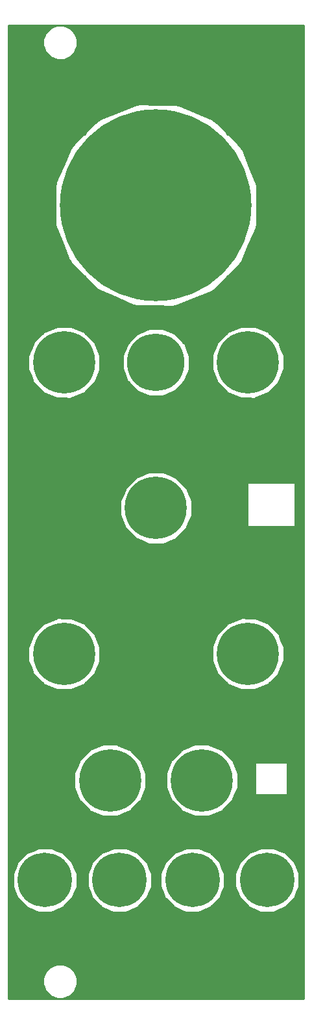
<source format=gtl>
G04 #@! TF.GenerationSoftware,KiCad,Pcbnew,(5.0.2)-1*
G04 #@! TF.CreationDate,2019-04-06T19:17:51+02:00*
G04 #@! TF.ProjectId,Corona_panel,436f726f-6e61-45f7-9061-6e656c2e6b69,1*
G04 #@! TF.SameCoordinates,Original*
G04 #@! TF.FileFunction,Copper,L1,Top*
G04 #@! TF.FilePolarity,Positive*
%FSLAX46Y46*%
G04 Gerber Fmt 4.6, Leading zero omitted, Abs format (unit mm)*
G04 Created by KiCad (PCBNEW (5.0.2)-1) date 6-4-2019 19:17:51*
%MOMM*%
%LPD*%
G01*
G04 APERTURE LIST*
G04 #@! TA.AperFunction,WasherPad*
%ADD10C,25.000000*%
G04 #@! TD*
G04 #@! TA.AperFunction,WasherPad*
%ADD11C,8.100000*%
G04 #@! TD*
G04 #@! TA.AperFunction,WasherPad*
%ADD12C,7.100000*%
G04 #@! TD*
G04 #@! TA.AperFunction,WasherPad*
%ADD13C,7.500000*%
G04 #@! TD*
G04 #@! TA.AperFunction,NonConductor*
%ADD14C,0.254000*%
G04 #@! TD*
G04 APERTURE END LIST*
D10*
G04 #@! TO.P,MHTUBE1,*
G04 #@! TO.N,*
X20000000Y-24200000D03*
G04 #@! TD*
D11*
G04 #@! TO.P,MH6,*
G04 #@! TO.N,*
X26000000Y-99200000D03*
G04 #@! TD*
G04 #@! TO.P,MH6,*
G04 #@! TO.N,*
X14000000Y-99200000D03*
G04 #@! TD*
G04 #@! TO.P,MH6,*
G04 #@! TO.N,*
X20000000Y-63700000D03*
G04 #@! TD*
D12*
G04 #@! TO.P,MH3,*
G04 #@! TO.N,*
X15250000Y-112200000D03*
G04 #@! TD*
G04 #@! TO.P,MH3,*
G04 #@! TO.N,*
X34500000Y-112200000D03*
G04 #@! TD*
G04 #@! TO.P,MH3,*
G04 #@! TO.N,*
X24750000Y-112200000D03*
G04 #@! TD*
D11*
G04 #@! TO.P,MH6,*
G04 #@! TO.N,*
X32000000Y-82700000D03*
G04 #@! TD*
G04 #@! TO.P,MH6,*
G04 #@! TO.N,*
X8000000Y-82700000D03*
G04 #@! TD*
G04 #@! TO.P,MH6,*
G04 #@! TO.N,*
X8000000Y-44700000D03*
G04 #@! TD*
G04 #@! TO.P,MH6,*
G04 #@! TO.N,*
X32000000Y-44700000D03*
G04 #@! TD*
D12*
G04 #@! TO.P,MH3,*
G04 #@! TO.N,*
X5500000Y-112200000D03*
G04 #@! TD*
D13*
G04 #@! TO.P,MH5,*
G04 #@! TO.N,*
X20000000Y-44700000D03*
G04 #@! TD*
D14*
G36*
X39265001Y-127665000D02*
X735000Y-127665000D01*
X735000Y-124992346D01*
X5257974Y-124992346D01*
X5265000Y-125418390D01*
X5265000Y-125844569D01*
X5272320Y-125862240D01*
X5272635Y-125881363D01*
X5584640Y-126634610D01*
X5594347Y-126639682D01*
X5605259Y-126666026D01*
X6233974Y-127294741D01*
X6260318Y-127305653D01*
X6265390Y-127315360D01*
X6661708Y-127471914D01*
X7055431Y-127635000D01*
X7074560Y-127635000D01*
X7092346Y-127642026D01*
X7518390Y-127635000D01*
X7944569Y-127635000D01*
X7962240Y-127627680D01*
X7981363Y-127627365D01*
X8734610Y-127315360D01*
X8739682Y-127305653D01*
X8766026Y-127294741D01*
X9394741Y-126666026D01*
X9405653Y-126639682D01*
X9415360Y-126634610D01*
X9571914Y-126238292D01*
X9735000Y-125844569D01*
X9735000Y-125825440D01*
X9742026Y-125807654D01*
X9735000Y-125381610D01*
X9735000Y-124955431D01*
X9727680Y-124937760D01*
X9727365Y-124918637D01*
X9415360Y-124165390D01*
X9405653Y-124160318D01*
X9394741Y-124133974D01*
X8766026Y-123505259D01*
X8739682Y-123494347D01*
X8734610Y-123484640D01*
X8338292Y-123328086D01*
X7944569Y-123165000D01*
X7925440Y-123165000D01*
X7907654Y-123157974D01*
X7481610Y-123165000D01*
X7055431Y-123165000D01*
X7037760Y-123172320D01*
X7018637Y-123172635D01*
X6265390Y-123484640D01*
X6260318Y-123494347D01*
X6233974Y-123505259D01*
X5605259Y-124133974D01*
X5594347Y-124160318D01*
X5584640Y-124165390D01*
X5428086Y-124561708D01*
X5265000Y-124955431D01*
X5265000Y-124974560D01*
X5257974Y-124992346D01*
X735000Y-124992346D01*
X735000Y-112992645D01*
X1307279Y-112992645D01*
X1315000Y-113011798D01*
X1315000Y-113032448D01*
X1625959Y-113783171D01*
X1929763Y-114536793D01*
X1951750Y-114569698D01*
X1952128Y-114570612D01*
X1952827Y-114571311D01*
X1974814Y-114604217D01*
X2022313Y-114640797D01*
X3059203Y-115677687D01*
X3095783Y-115725186D01*
X3114785Y-115733269D01*
X3129388Y-115747872D01*
X3880103Y-116058828D01*
X4627823Y-116376901D01*
X4648473Y-116377097D01*
X4667552Y-116385000D01*
X5480123Y-116385000D01*
X6292645Y-116392721D01*
X6311798Y-116385000D01*
X6332448Y-116385000D01*
X7083171Y-116074041D01*
X7836793Y-115770237D01*
X7869698Y-115748250D01*
X7870612Y-115747872D01*
X7871311Y-115747173D01*
X7904217Y-115725186D01*
X7940797Y-115677687D01*
X8977687Y-114640797D01*
X9025186Y-114604217D01*
X9033269Y-114585215D01*
X9047872Y-114570612D01*
X9358828Y-113819897D01*
X9676901Y-113072177D01*
X9677097Y-113051527D01*
X9685000Y-113032448D01*
X9685000Y-112992645D01*
X11057279Y-112992645D01*
X11065000Y-113011798D01*
X11065000Y-113032448D01*
X11375959Y-113783171D01*
X11679763Y-114536793D01*
X11701750Y-114569698D01*
X11702128Y-114570612D01*
X11702827Y-114571311D01*
X11724814Y-114604217D01*
X11772313Y-114640797D01*
X12809203Y-115677687D01*
X12845783Y-115725186D01*
X12864785Y-115733269D01*
X12879388Y-115747872D01*
X13630103Y-116058828D01*
X14377823Y-116376901D01*
X14398473Y-116377097D01*
X14417552Y-116385000D01*
X15230123Y-116385000D01*
X16042645Y-116392721D01*
X16061798Y-116385000D01*
X16082448Y-116385000D01*
X16833171Y-116074041D01*
X17586793Y-115770237D01*
X17619698Y-115748250D01*
X17620612Y-115747872D01*
X17621311Y-115747173D01*
X17654217Y-115725186D01*
X17690797Y-115677687D01*
X18727687Y-114640797D01*
X18775186Y-114604217D01*
X18783269Y-114585215D01*
X18797872Y-114570612D01*
X19108828Y-113819897D01*
X19426901Y-113072177D01*
X19427097Y-113051527D01*
X19435000Y-113032448D01*
X19435000Y-112992645D01*
X20557279Y-112992645D01*
X20565000Y-113011798D01*
X20565000Y-113032448D01*
X20875959Y-113783171D01*
X21179763Y-114536793D01*
X21201750Y-114569698D01*
X21202128Y-114570612D01*
X21202827Y-114571311D01*
X21224814Y-114604217D01*
X21272313Y-114640797D01*
X22309203Y-115677687D01*
X22345783Y-115725186D01*
X22364785Y-115733269D01*
X22379388Y-115747872D01*
X23130103Y-116058828D01*
X23877823Y-116376901D01*
X23898473Y-116377097D01*
X23917552Y-116385000D01*
X24730123Y-116385000D01*
X25542645Y-116392721D01*
X25561798Y-116385000D01*
X25582448Y-116385000D01*
X26333171Y-116074041D01*
X27086793Y-115770237D01*
X27119698Y-115748250D01*
X27120612Y-115747872D01*
X27121311Y-115747173D01*
X27154217Y-115725186D01*
X27190797Y-115677687D01*
X28227687Y-114640797D01*
X28275186Y-114604217D01*
X28283269Y-114585215D01*
X28297872Y-114570612D01*
X28608828Y-113819897D01*
X28926901Y-113072177D01*
X28927097Y-113051527D01*
X28935000Y-113032448D01*
X28935000Y-112992645D01*
X30307279Y-112992645D01*
X30315000Y-113011798D01*
X30315000Y-113032448D01*
X30625959Y-113783171D01*
X30929763Y-114536793D01*
X30951750Y-114569698D01*
X30952128Y-114570612D01*
X30952827Y-114571311D01*
X30974814Y-114604217D01*
X31022313Y-114640797D01*
X32059203Y-115677687D01*
X32095783Y-115725186D01*
X32114785Y-115733269D01*
X32129388Y-115747872D01*
X32880103Y-116058828D01*
X33627823Y-116376901D01*
X33648473Y-116377097D01*
X33667552Y-116385000D01*
X34480123Y-116385000D01*
X35292645Y-116392721D01*
X35311798Y-116385000D01*
X35332448Y-116385000D01*
X36083171Y-116074041D01*
X36836793Y-115770237D01*
X36869698Y-115748250D01*
X36870612Y-115747872D01*
X36871311Y-115747173D01*
X36904217Y-115725186D01*
X36940797Y-115677687D01*
X37977687Y-114640797D01*
X38025186Y-114604217D01*
X38033269Y-114585215D01*
X38047872Y-114570612D01*
X38358828Y-113819897D01*
X38676901Y-113072177D01*
X38677097Y-113051527D01*
X38685000Y-113032448D01*
X38685000Y-112219877D01*
X38692721Y-111407355D01*
X38685000Y-111388202D01*
X38685000Y-111367552D01*
X38374041Y-110616829D01*
X38070237Y-109863207D01*
X38048250Y-109830302D01*
X38047872Y-109829388D01*
X38047173Y-109828689D01*
X38025186Y-109795783D01*
X37977687Y-109759203D01*
X36940797Y-108722313D01*
X36904217Y-108674814D01*
X36885215Y-108666731D01*
X36870612Y-108652128D01*
X36119897Y-108341172D01*
X35372177Y-108023099D01*
X35351527Y-108022903D01*
X35332448Y-108015000D01*
X34519877Y-108015000D01*
X33707355Y-108007279D01*
X33688202Y-108015000D01*
X33667552Y-108015000D01*
X32916829Y-108325959D01*
X32163207Y-108629763D01*
X32130302Y-108651750D01*
X32129388Y-108652128D01*
X32128689Y-108652827D01*
X32095783Y-108674814D01*
X32059203Y-108722313D01*
X31022313Y-109759203D01*
X30974814Y-109795783D01*
X30966731Y-109814785D01*
X30952128Y-109829388D01*
X30641172Y-110580103D01*
X30323099Y-111327823D01*
X30322903Y-111348473D01*
X30315000Y-111367552D01*
X30315000Y-112180123D01*
X30307279Y-112992645D01*
X28935000Y-112992645D01*
X28935000Y-112219877D01*
X28942721Y-111407355D01*
X28935000Y-111388202D01*
X28935000Y-111367552D01*
X28624041Y-110616829D01*
X28320237Y-109863207D01*
X28298250Y-109830302D01*
X28297872Y-109829388D01*
X28297173Y-109828689D01*
X28275186Y-109795783D01*
X28227687Y-109759203D01*
X27190797Y-108722313D01*
X27154217Y-108674814D01*
X27135215Y-108666731D01*
X27120612Y-108652128D01*
X26369897Y-108341172D01*
X25622177Y-108023099D01*
X25601527Y-108022903D01*
X25582448Y-108015000D01*
X24769877Y-108015000D01*
X23957355Y-108007279D01*
X23938202Y-108015000D01*
X23917552Y-108015000D01*
X23166829Y-108325959D01*
X22413207Y-108629763D01*
X22380302Y-108651750D01*
X22379388Y-108652128D01*
X22378689Y-108652827D01*
X22345783Y-108674814D01*
X22309203Y-108722313D01*
X21272313Y-109759203D01*
X21224814Y-109795783D01*
X21216731Y-109814785D01*
X21202128Y-109829388D01*
X20891172Y-110580103D01*
X20573099Y-111327823D01*
X20572903Y-111348473D01*
X20565000Y-111367552D01*
X20565000Y-112180123D01*
X20557279Y-112992645D01*
X19435000Y-112992645D01*
X19435000Y-112219877D01*
X19442721Y-111407355D01*
X19435000Y-111388202D01*
X19435000Y-111367552D01*
X19124041Y-110616829D01*
X18820237Y-109863207D01*
X18798250Y-109830302D01*
X18797872Y-109829388D01*
X18797173Y-109828689D01*
X18775186Y-109795783D01*
X18727687Y-109759203D01*
X17690797Y-108722313D01*
X17654217Y-108674814D01*
X17635215Y-108666731D01*
X17620612Y-108652128D01*
X16869897Y-108341172D01*
X16122177Y-108023099D01*
X16101527Y-108022903D01*
X16082448Y-108015000D01*
X15269877Y-108015000D01*
X14457355Y-108007279D01*
X14438202Y-108015000D01*
X14417552Y-108015000D01*
X13666829Y-108325959D01*
X12913207Y-108629763D01*
X12880302Y-108651750D01*
X12879388Y-108652128D01*
X12878689Y-108652827D01*
X12845783Y-108674814D01*
X12809203Y-108722313D01*
X11772313Y-109759203D01*
X11724814Y-109795783D01*
X11716731Y-109814785D01*
X11702128Y-109829388D01*
X11391172Y-110580103D01*
X11073099Y-111327823D01*
X11072903Y-111348473D01*
X11065000Y-111367552D01*
X11065000Y-112180123D01*
X11057279Y-112992645D01*
X9685000Y-112992645D01*
X9685000Y-112219877D01*
X9692721Y-111407355D01*
X9685000Y-111388202D01*
X9685000Y-111367552D01*
X9374041Y-110616829D01*
X9070237Y-109863207D01*
X9048250Y-109830302D01*
X9047872Y-109829388D01*
X9047173Y-109828689D01*
X9025186Y-109795783D01*
X8977687Y-109759203D01*
X7940797Y-108722313D01*
X7904217Y-108674814D01*
X7885215Y-108666731D01*
X7870612Y-108652128D01*
X7119897Y-108341172D01*
X6372177Y-108023099D01*
X6351527Y-108022903D01*
X6332448Y-108015000D01*
X5519877Y-108015000D01*
X4707355Y-108007279D01*
X4688202Y-108015000D01*
X4667552Y-108015000D01*
X3916829Y-108325959D01*
X3163207Y-108629763D01*
X3130302Y-108651750D01*
X3129388Y-108652128D01*
X3128689Y-108652827D01*
X3095783Y-108674814D01*
X3059203Y-108722313D01*
X2022313Y-109759203D01*
X1974814Y-109795783D01*
X1966731Y-109814785D01*
X1952128Y-109829388D01*
X1641172Y-110580103D01*
X1323099Y-111327823D01*
X1322903Y-111348473D01*
X1315000Y-111367552D01*
X1315000Y-112180123D01*
X1307279Y-112992645D01*
X735000Y-112992645D01*
X735000Y-100072426D01*
X9303561Y-100072426D01*
X9315000Y-100101064D01*
X9315000Y-100131905D01*
X9660287Y-100965501D01*
X9994919Y-101803266D01*
X10027492Y-101852015D01*
X10028248Y-101853840D01*
X10029645Y-101855237D01*
X10062218Y-101903986D01*
X10145526Y-101971118D01*
X11228882Y-103054474D01*
X11296014Y-103137782D01*
X11324351Y-103149943D01*
X11346160Y-103171752D01*
X12179757Y-103517039D01*
X13008767Y-103872807D01*
X13039602Y-103873198D01*
X13068095Y-103885000D01*
X13970327Y-103885000D01*
X14872426Y-103896439D01*
X14901064Y-103885000D01*
X14931905Y-103885000D01*
X15765501Y-103539713D01*
X16603266Y-103205081D01*
X16652015Y-103172508D01*
X16653840Y-103171752D01*
X16655237Y-103170355D01*
X16703986Y-103137782D01*
X16771118Y-103054474D01*
X17854474Y-101971118D01*
X17937782Y-101903986D01*
X17949943Y-101875649D01*
X17971752Y-101853840D01*
X18317039Y-101020243D01*
X18672807Y-100191233D01*
X18673198Y-100160398D01*
X18685000Y-100131905D01*
X18685000Y-100072426D01*
X21303561Y-100072426D01*
X21315000Y-100101064D01*
X21315000Y-100131905D01*
X21660287Y-100965501D01*
X21994919Y-101803266D01*
X22027492Y-101852015D01*
X22028248Y-101853840D01*
X22029645Y-101855237D01*
X22062218Y-101903986D01*
X22145526Y-101971118D01*
X23228882Y-103054474D01*
X23296014Y-103137782D01*
X23324351Y-103149943D01*
X23346160Y-103171752D01*
X24179757Y-103517039D01*
X25008767Y-103872807D01*
X25039602Y-103873198D01*
X25068095Y-103885000D01*
X25970327Y-103885000D01*
X26872426Y-103896439D01*
X26901064Y-103885000D01*
X26931905Y-103885000D01*
X27765501Y-103539713D01*
X28603266Y-103205081D01*
X28652015Y-103172508D01*
X28653840Y-103171752D01*
X28655237Y-103170355D01*
X28703986Y-103137782D01*
X28771118Y-103054474D01*
X29854474Y-101971118D01*
X29937782Y-101903986D01*
X29949943Y-101875649D01*
X29971752Y-101853840D01*
X30317039Y-101020243D01*
X30672807Y-100191233D01*
X30673198Y-100160398D01*
X30685000Y-100131905D01*
X30685000Y-99229673D01*
X30696439Y-98327574D01*
X30685000Y-98298936D01*
X30685000Y-98268095D01*
X30339713Y-97434499D01*
X30166160Y-97000000D01*
X32873000Y-97000000D01*
X32873000Y-101000000D01*
X32882667Y-101048601D01*
X32910197Y-101089803D01*
X32951399Y-101117333D01*
X33000000Y-101127000D01*
X37000000Y-101127000D01*
X37048601Y-101117333D01*
X37089803Y-101089803D01*
X37117333Y-101048601D01*
X37127000Y-101000000D01*
X37127000Y-97000000D01*
X37117333Y-96951399D01*
X37089803Y-96910197D01*
X37048601Y-96882667D01*
X37000000Y-96873000D01*
X33000000Y-96873000D01*
X32951399Y-96882667D01*
X32910197Y-96910197D01*
X32882667Y-96951399D01*
X32873000Y-97000000D01*
X30166160Y-97000000D01*
X30005081Y-96596734D01*
X29972508Y-96547985D01*
X29971752Y-96546160D01*
X29970355Y-96544763D01*
X29937782Y-96496014D01*
X29854474Y-96428882D01*
X28771118Y-95345526D01*
X28703986Y-95262218D01*
X28675649Y-95250057D01*
X28653840Y-95228248D01*
X27820243Y-94882961D01*
X26991233Y-94527193D01*
X26960398Y-94526802D01*
X26931905Y-94515000D01*
X26029673Y-94515000D01*
X25127574Y-94503561D01*
X25098936Y-94515000D01*
X25068095Y-94515000D01*
X24234499Y-94860287D01*
X23396734Y-95194919D01*
X23347985Y-95227492D01*
X23346160Y-95228248D01*
X23344763Y-95229645D01*
X23296014Y-95262218D01*
X23228882Y-95345526D01*
X22145526Y-96428882D01*
X22062218Y-96496014D01*
X22050057Y-96524351D01*
X22028248Y-96546160D01*
X21682961Y-97379757D01*
X21327193Y-98208767D01*
X21326802Y-98239602D01*
X21315000Y-98268095D01*
X21315000Y-99170327D01*
X21303561Y-100072426D01*
X18685000Y-100072426D01*
X18685000Y-99229673D01*
X18696439Y-98327574D01*
X18685000Y-98298936D01*
X18685000Y-98268095D01*
X18339713Y-97434499D01*
X18005081Y-96596734D01*
X17972508Y-96547985D01*
X17971752Y-96546160D01*
X17970355Y-96544763D01*
X17937782Y-96496014D01*
X17854474Y-96428882D01*
X16771118Y-95345526D01*
X16703986Y-95262218D01*
X16675649Y-95250057D01*
X16653840Y-95228248D01*
X15820243Y-94882961D01*
X14991233Y-94527193D01*
X14960398Y-94526802D01*
X14931905Y-94515000D01*
X14029673Y-94515000D01*
X13127574Y-94503561D01*
X13098936Y-94515000D01*
X13068095Y-94515000D01*
X12234499Y-94860287D01*
X11396734Y-95194919D01*
X11347985Y-95227492D01*
X11346160Y-95228248D01*
X11344763Y-95229645D01*
X11296014Y-95262218D01*
X11228882Y-95345526D01*
X10145526Y-96428882D01*
X10062218Y-96496014D01*
X10050057Y-96524351D01*
X10028248Y-96546160D01*
X9682961Y-97379757D01*
X9327193Y-98208767D01*
X9326802Y-98239602D01*
X9315000Y-98268095D01*
X9315000Y-99170327D01*
X9303561Y-100072426D01*
X735000Y-100072426D01*
X735000Y-83572426D01*
X3303561Y-83572426D01*
X3315000Y-83601064D01*
X3315000Y-83631905D01*
X3660287Y-84465501D01*
X3994919Y-85303266D01*
X4027492Y-85352015D01*
X4028248Y-85353840D01*
X4029645Y-85355237D01*
X4062218Y-85403986D01*
X4145526Y-85471118D01*
X5228882Y-86554474D01*
X5296014Y-86637782D01*
X5324351Y-86649943D01*
X5346160Y-86671752D01*
X6179757Y-87017039D01*
X7008767Y-87372807D01*
X7039602Y-87373198D01*
X7068095Y-87385000D01*
X7970327Y-87385000D01*
X8872426Y-87396439D01*
X8901064Y-87385000D01*
X8931905Y-87385000D01*
X9765501Y-87039713D01*
X10603266Y-86705081D01*
X10652015Y-86672508D01*
X10653840Y-86671752D01*
X10655237Y-86670355D01*
X10703986Y-86637782D01*
X10771118Y-86554474D01*
X11854474Y-85471118D01*
X11937782Y-85403986D01*
X11949943Y-85375649D01*
X11971752Y-85353840D01*
X12317039Y-84520243D01*
X12672807Y-83691233D01*
X12673198Y-83660398D01*
X12685000Y-83631905D01*
X12685000Y-83572426D01*
X27303561Y-83572426D01*
X27315000Y-83601064D01*
X27315000Y-83631905D01*
X27660287Y-84465501D01*
X27994919Y-85303266D01*
X28027492Y-85352015D01*
X28028248Y-85353840D01*
X28029645Y-85355237D01*
X28062218Y-85403986D01*
X28145526Y-85471118D01*
X29228882Y-86554474D01*
X29296014Y-86637782D01*
X29324351Y-86649943D01*
X29346160Y-86671752D01*
X30179757Y-87017039D01*
X31008767Y-87372807D01*
X31039602Y-87373198D01*
X31068095Y-87385000D01*
X31970327Y-87385000D01*
X32872426Y-87396439D01*
X32901064Y-87385000D01*
X32931905Y-87385000D01*
X33765501Y-87039713D01*
X34603266Y-86705081D01*
X34652015Y-86672508D01*
X34653840Y-86671752D01*
X34655237Y-86670355D01*
X34703986Y-86637782D01*
X34771118Y-86554474D01*
X35854474Y-85471118D01*
X35937782Y-85403986D01*
X35949943Y-85375649D01*
X35971752Y-85353840D01*
X36317039Y-84520243D01*
X36672807Y-83691233D01*
X36673198Y-83660398D01*
X36685000Y-83631905D01*
X36685000Y-82729673D01*
X36696439Y-81827574D01*
X36685000Y-81798936D01*
X36685000Y-81768095D01*
X36339713Y-80934499D01*
X36005081Y-80096734D01*
X35972508Y-80047985D01*
X35971752Y-80046160D01*
X35970355Y-80044763D01*
X35937782Y-79996014D01*
X35854474Y-79928882D01*
X34771118Y-78845526D01*
X34703986Y-78762218D01*
X34675649Y-78750057D01*
X34653840Y-78728248D01*
X33820243Y-78382961D01*
X32991233Y-78027193D01*
X32960398Y-78026802D01*
X32931905Y-78015000D01*
X32029673Y-78015000D01*
X31127574Y-78003561D01*
X31098936Y-78015000D01*
X31068095Y-78015000D01*
X30234499Y-78360287D01*
X29396734Y-78694919D01*
X29347985Y-78727492D01*
X29346160Y-78728248D01*
X29344763Y-78729645D01*
X29296014Y-78762218D01*
X29228882Y-78845526D01*
X28145526Y-79928882D01*
X28062218Y-79996014D01*
X28050057Y-80024351D01*
X28028248Y-80046160D01*
X27682961Y-80879757D01*
X27327193Y-81708767D01*
X27326802Y-81739602D01*
X27315000Y-81768095D01*
X27315000Y-82670327D01*
X27303561Y-83572426D01*
X12685000Y-83572426D01*
X12685000Y-82729673D01*
X12696439Y-81827574D01*
X12685000Y-81798936D01*
X12685000Y-81768095D01*
X12339713Y-80934499D01*
X12005081Y-80096734D01*
X11972508Y-80047985D01*
X11971752Y-80046160D01*
X11970355Y-80044763D01*
X11937782Y-79996014D01*
X11854474Y-79928882D01*
X10771118Y-78845526D01*
X10703986Y-78762218D01*
X10675649Y-78750057D01*
X10653840Y-78728248D01*
X9820243Y-78382961D01*
X8991233Y-78027193D01*
X8960398Y-78026802D01*
X8931905Y-78015000D01*
X8029673Y-78015000D01*
X7127574Y-78003561D01*
X7098936Y-78015000D01*
X7068095Y-78015000D01*
X6234499Y-78360287D01*
X5396734Y-78694919D01*
X5347985Y-78727492D01*
X5346160Y-78728248D01*
X5344763Y-78729645D01*
X5296014Y-78762218D01*
X5228882Y-78845526D01*
X4145526Y-79928882D01*
X4062218Y-79996014D01*
X4050057Y-80024351D01*
X4028248Y-80046160D01*
X3682961Y-80879757D01*
X3327193Y-81708767D01*
X3326802Y-81739602D01*
X3315000Y-81768095D01*
X3315000Y-82670327D01*
X3303561Y-83572426D01*
X735000Y-83572426D01*
X735000Y-64572426D01*
X15303561Y-64572426D01*
X15315000Y-64601064D01*
X15315000Y-64631905D01*
X15660287Y-65465501D01*
X15994919Y-66303266D01*
X16027492Y-66352015D01*
X16028248Y-66353840D01*
X16029645Y-66355237D01*
X16062218Y-66403986D01*
X16145526Y-66471118D01*
X17228882Y-67554474D01*
X17296014Y-67637782D01*
X17324351Y-67649943D01*
X17346160Y-67671752D01*
X18179757Y-68017039D01*
X19008767Y-68372807D01*
X19039602Y-68373198D01*
X19068095Y-68385000D01*
X19970327Y-68385000D01*
X20872426Y-68396439D01*
X20901064Y-68385000D01*
X20931905Y-68385000D01*
X21765501Y-68039713D01*
X22603266Y-67705081D01*
X22652015Y-67672508D01*
X22653840Y-67671752D01*
X22655237Y-67670355D01*
X22703986Y-67637782D01*
X22771118Y-67554474D01*
X23854474Y-66471118D01*
X23937782Y-66403986D01*
X23949943Y-66375649D01*
X23971752Y-66353840D01*
X24317039Y-65520243D01*
X24672807Y-64691233D01*
X24673198Y-64660398D01*
X24685000Y-64631905D01*
X24685000Y-63729673D01*
X24696439Y-62827574D01*
X24685000Y-62798936D01*
X24685000Y-62768095D01*
X24339713Y-61934499D01*
X24005081Y-61096734D01*
X23972508Y-61047985D01*
X23971752Y-61046160D01*
X23970355Y-61044763D01*
X23937782Y-60996014D01*
X23854474Y-60928882D01*
X23425592Y-60500000D01*
X31873000Y-60500000D01*
X31873000Y-66000000D01*
X31882667Y-66048601D01*
X31910197Y-66089803D01*
X31951399Y-66117333D01*
X32000000Y-66127000D01*
X38000000Y-66127000D01*
X38048601Y-66117333D01*
X38089803Y-66089803D01*
X38117333Y-66048601D01*
X38127000Y-66000000D01*
X38127000Y-60500000D01*
X38117333Y-60451399D01*
X38089803Y-60410197D01*
X38048601Y-60382667D01*
X38000000Y-60373000D01*
X32000000Y-60373000D01*
X31951399Y-60382667D01*
X31910197Y-60410197D01*
X31882667Y-60451399D01*
X31873000Y-60500000D01*
X23425592Y-60500000D01*
X22771118Y-59845526D01*
X22703986Y-59762218D01*
X22675649Y-59750057D01*
X22653840Y-59728248D01*
X21820243Y-59382961D01*
X20991233Y-59027193D01*
X20960398Y-59026802D01*
X20931905Y-59015000D01*
X20029673Y-59015000D01*
X19127574Y-59003561D01*
X19098936Y-59015000D01*
X19068095Y-59015000D01*
X18234499Y-59360287D01*
X17396734Y-59694919D01*
X17347985Y-59727492D01*
X17346160Y-59728248D01*
X17344763Y-59729645D01*
X17296014Y-59762218D01*
X17228882Y-59845526D01*
X16145526Y-60928882D01*
X16062218Y-60996014D01*
X16050057Y-61024351D01*
X16028248Y-61046160D01*
X15682961Y-61879757D01*
X15327193Y-62708767D01*
X15326802Y-62739602D01*
X15315000Y-62768095D01*
X15315000Y-63670327D01*
X15303561Y-64572426D01*
X735000Y-64572426D01*
X735000Y-45572426D01*
X3303561Y-45572426D01*
X3315000Y-45601064D01*
X3315000Y-45631905D01*
X3660287Y-46465501D01*
X3994919Y-47303266D01*
X4027492Y-47352015D01*
X4028248Y-47353840D01*
X4029645Y-47355237D01*
X4062218Y-47403986D01*
X4145526Y-47471118D01*
X5228882Y-48554474D01*
X5296014Y-48637782D01*
X5324351Y-48649943D01*
X5346160Y-48671752D01*
X6179757Y-49017039D01*
X7008767Y-49372807D01*
X7039602Y-49373198D01*
X7068095Y-49385000D01*
X7970327Y-49385000D01*
X8872426Y-49396439D01*
X8901064Y-49385000D01*
X8931905Y-49385000D01*
X9765501Y-49039713D01*
X10603266Y-48705081D01*
X10652015Y-48672508D01*
X10653840Y-48671752D01*
X10655237Y-48670355D01*
X10703986Y-48637782D01*
X10771118Y-48554474D01*
X11854474Y-47471118D01*
X11937782Y-47403986D01*
X11949943Y-47375649D01*
X11971752Y-47353840D01*
X12317039Y-46520243D01*
X12672807Y-45691233D01*
X12673198Y-45660398D01*
X12685000Y-45631905D01*
X12685000Y-45524558D01*
X15605786Y-45524558D01*
X15615000Y-45547504D01*
X15615000Y-45572231D01*
X15939662Y-46356033D01*
X16255820Y-47143385D01*
X16282061Y-47182657D01*
X16282577Y-47183903D01*
X16283530Y-47184856D01*
X16309771Y-47224128D01*
X16370439Y-47271765D01*
X17428235Y-48329561D01*
X17475872Y-48390229D01*
X17498614Y-48399940D01*
X17516097Y-48417423D01*
X18299907Y-48742088D01*
X19080199Y-49075269D01*
X19104925Y-49075538D01*
X19127769Y-49085000D01*
X19976180Y-49085000D01*
X20824558Y-49094214D01*
X20847504Y-49085000D01*
X20872231Y-49085000D01*
X21656033Y-48760338D01*
X22443385Y-48444180D01*
X22482657Y-48417939D01*
X22483903Y-48417423D01*
X22484856Y-48416470D01*
X22524128Y-48390229D01*
X22571765Y-48329561D01*
X23629561Y-47271765D01*
X23690229Y-47224128D01*
X23699940Y-47201386D01*
X23717423Y-47183903D01*
X24042088Y-46400093D01*
X24375269Y-45619801D01*
X24375538Y-45595075D01*
X24384919Y-45572426D01*
X27303561Y-45572426D01*
X27315000Y-45601064D01*
X27315000Y-45631905D01*
X27660287Y-46465501D01*
X27994919Y-47303266D01*
X28027492Y-47352015D01*
X28028248Y-47353840D01*
X28029645Y-47355237D01*
X28062218Y-47403986D01*
X28145526Y-47471118D01*
X29228882Y-48554474D01*
X29296014Y-48637782D01*
X29324351Y-48649943D01*
X29346160Y-48671752D01*
X30179757Y-49017039D01*
X31008767Y-49372807D01*
X31039602Y-49373198D01*
X31068095Y-49385000D01*
X31970327Y-49385000D01*
X32872426Y-49396439D01*
X32901064Y-49385000D01*
X32931905Y-49385000D01*
X33765501Y-49039713D01*
X34603266Y-48705081D01*
X34652015Y-48672508D01*
X34653840Y-48671752D01*
X34655237Y-48670355D01*
X34703986Y-48637782D01*
X34771118Y-48554474D01*
X35854474Y-47471118D01*
X35937782Y-47403986D01*
X35949943Y-47375649D01*
X35971752Y-47353840D01*
X36317039Y-46520243D01*
X36672807Y-45691233D01*
X36673198Y-45660398D01*
X36685000Y-45631905D01*
X36685000Y-44729673D01*
X36696439Y-43827574D01*
X36685000Y-43798936D01*
X36685000Y-43768095D01*
X36339713Y-42934499D01*
X36005081Y-42096734D01*
X35972508Y-42047985D01*
X35971752Y-42046160D01*
X35970355Y-42044763D01*
X35937782Y-41996014D01*
X35854474Y-41928882D01*
X34771118Y-40845526D01*
X34703986Y-40762218D01*
X34675649Y-40750057D01*
X34653840Y-40728248D01*
X33820243Y-40382961D01*
X32991233Y-40027193D01*
X32960398Y-40026802D01*
X32931905Y-40015000D01*
X32029673Y-40015000D01*
X31127574Y-40003561D01*
X31098936Y-40015000D01*
X31068095Y-40015000D01*
X30234499Y-40360287D01*
X29396734Y-40694919D01*
X29347985Y-40727492D01*
X29346160Y-40728248D01*
X29344763Y-40729645D01*
X29296014Y-40762218D01*
X29228882Y-40845526D01*
X28145526Y-41928882D01*
X28062218Y-41996014D01*
X28050057Y-42024351D01*
X28028248Y-42046160D01*
X27682961Y-42879757D01*
X27327193Y-43708767D01*
X27326802Y-43739602D01*
X27315000Y-43768095D01*
X27315000Y-44670327D01*
X27303561Y-45572426D01*
X24384919Y-45572426D01*
X24385000Y-45572231D01*
X24385000Y-44723820D01*
X24394214Y-43875442D01*
X24385000Y-43852496D01*
X24385000Y-43827769D01*
X24060338Y-43043967D01*
X23744180Y-42256615D01*
X23717939Y-42217343D01*
X23717423Y-42216097D01*
X23716470Y-42215144D01*
X23690229Y-42175872D01*
X23629561Y-42128235D01*
X22571765Y-41070439D01*
X22524128Y-41009771D01*
X22501386Y-41000060D01*
X22483903Y-40982577D01*
X21700093Y-40657912D01*
X20919801Y-40324731D01*
X20895075Y-40324462D01*
X20872231Y-40315000D01*
X20023820Y-40315000D01*
X19175442Y-40305786D01*
X19152496Y-40315000D01*
X19127769Y-40315000D01*
X18343967Y-40639662D01*
X17556615Y-40955820D01*
X17517343Y-40982061D01*
X17516097Y-40982577D01*
X17515144Y-40983530D01*
X17475872Y-41009771D01*
X17428235Y-41070439D01*
X16370439Y-42128235D01*
X16309771Y-42175872D01*
X16300060Y-42198614D01*
X16282577Y-42216097D01*
X15957912Y-42999907D01*
X15624731Y-43780199D01*
X15624462Y-43804925D01*
X15615000Y-43827769D01*
X15615000Y-44676180D01*
X15605786Y-45524558D01*
X12685000Y-45524558D01*
X12685000Y-44729673D01*
X12696439Y-43827574D01*
X12685000Y-43798936D01*
X12685000Y-43768095D01*
X12339713Y-42934499D01*
X12005081Y-42096734D01*
X11972508Y-42047985D01*
X11971752Y-42046160D01*
X11970355Y-42044763D01*
X11937782Y-41996014D01*
X11854474Y-41928882D01*
X10771118Y-40845526D01*
X10703986Y-40762218D01*
X10675649Y-40750057D01*
X10653840Y-40728248D01*
X9820243Y-40382961D01*
X8991233Y-40027193D01*
X8960398Y-40026802D01*
X8931905Y-40015000D01*
X8029673Y-40015000D01*
X7127574Y-40003561D01*
X7098936Y-40015000D01*
X7068095Y-40015000D01*
X6234499Y-40360287D01*
X5396734Y-40694919D01*
X5347985Y-40727492D01*
X5346160Y-40728248D01*
X5344763Y-40729645D01*
X5296014Y-40762218D01*
X5228882Y-40845526D01*
X4145526Y-41928882D01*
X4062218Y-41996014D01*
X4050057Y-42024351D01*
X4028248Y-42046160D01*
X3682961Y-42879757D01*
X3327193Y-43708767D01*
X3326802Y-43739602D01*
X3315000Y-43768095D01*
X3315000Y-44670327D01*
X3303561Y-45572426D01*
X735000Y-45572426D01*
X735000Y-26420364D01*
X6793014Y-26420364D01*
X6865000Y-26609935D01*
X6865000Y-26812714D01*
X7789971Y-29045792D01*
X8648032Y-31305444D01*
X8853033Y-31612249D01*
X8864685Y-31640380D01*
X8886216Y-31661911D01*
X9091216Y-31968715D01*
X10553074Y-33467321D01*
X10622350Y-33398045D01*
X10801955Y-33577650D01*
X10732679Y-33646926D01*
X12231285Y-35108784D01*
X12416234Y-35191929D01*
X12559620Y-35335315D01*
X14792697Y-36260286D01*
X16997254Y-37251361D01*
X17199944Y-37257400D01*
X17387286Y-37335000D01*
X19804359Y-37335000D01*
X22220364Y-37406986D01*
X22409935Y-37335000D01*
X22612714Y-37335000D01*
X24845792Y-36410029D01*
X27105444Y-35551968D01*
X27412249Y-35346967D01*
X27440380Y-35335315D01*
X27461911Y-35313784D01*
X27768715Y-35108784D01*
X29267321Y-33646926D01*
X29198045Y-33577650D01*
X29377650Y-33398045D01*
X29446926Y-33467321D01*
X30908784Y-31968715D01*
X30991929Y-31783766D01*
X31135315Y-31640380D01*
X32060286Y-29407303D01*
X33051361Y-27202746D01*
X33057400Y-27000056D01*
X33135000Y-26812714D01*
X33135000Y-24395641D01*
X33206986Y-21979636D01*
X33135000Y-21790065D01*
X33135000Y-21587286D01*
X32210029Y-19354208D01*
X31351968Y-17094556D01*
X31146967Y-16787751D01*
X31135315Y-16759620D01*
X31113784Y-16738089D01*
X30908784Y-16431285D01*
X29446926Y-14932679D01*
X29377650Y-15001955D01*
X29198045Y-14822350D01*
X29267321Y-14753074D01*
X27768715Y-13291216D01*
X27583766Y-13208071D01*
X27440380Y-13064685D01*
X25207303Y-12139714D01*
X23002746Y-11148639D01*
X22800056Y-11142600D01*
X22612714Y-11065000D01*
X20195641Y-11065000D01*
X17779636Y-10993014D01*
X17590065Y-11065000D01*
X17387286Y-11065000D01*
X15154208Y-11989971D01*
X12894556Y-12848032D01*
X12587751Y-13053033D01*
X12559620Y-13064685D01*
X12538089Y-13086216D01*
X12231285Y-13291216D01*
X10732679Y-14753074D01*
X10801955Y-14822350D01*
X10622350Y-15001955D01*
X10553074Y-14932679D01*
X9091216Y-16431285D01*
X9008071Y-16616234D01*
X8864685Y-16759620D01*
X7939714Y-18992697D01*
X6948639Y-21197254D01*
X6942600Y-21399944D01*
X6865000Y-21587286D01*
X6865000Y-24004359D01*
X6793014Y-26420364D01*
X735000Y-26420364D01*
X735000Y-2592346D01*
X5257974Y-2592346D01*
X5265000Y-3018390D01*
X5265000Y-3444569D01*
X5272320Y-3462240D01*
X5272635Y-3481363D01*
X5584640Y-4234610D01*
X5594347Y-4239682D01*
X5605259Y-4266026D01*
X6233974Y-4894741D01*
X6260318Y-4905653D01*
X6265390Y-4915360D01*
X6661708Y-5071914D01*
X7055431Y-5235000D01*
X7074560Y-5235000D01*
X7092346Y-5242026D01*
X7518390Y-5235000D01*
X7944569Y-5235000D01*
X7962240Y-5227680D01*
X7981363Y-5227365D01*
X8734610Y-4915360D01*
X8739682Y-4905653D01*
X8766026Y-4894741D01*
X9394741Y-4266026D01*
X9405653Y-4239682D01*
X9415360Y-4234610D01*
X9571914Y-3838292D01*
X9735000Y-3444569D01*
X9735000Y-3425440D01*
X9742026Y-3407654D01*
X9735000Y-2981610D01*
X9735000Y-2555431D01*
X9727680Y-2537760D01*
X9727365Y-2518637D01*
X9415360Y-1765390D01*
X9405653Y-1760318D01*
X9394741Y-1733974D01*
X8766026Y-1105259D01*
X8739682Y-1094347D01*
X8734610Y-1084640D01*
X8338292Y-928086D01*
X7944569Y-765000D01*
X7925440Y-765000D01*
X7907654Y-757974D01*
X7481610Y-765000D01*
X7055431Y-765000D01*
X7037760Y-772320D01*
X7018637Y-772635D01*
X6265390Y-1084640D01*
X6260318Y-1094347D01*
X6233974Y-1105259D01*
X5605259Y-1733974D01*
X5594347Y-1760318D01*
X5584640Y-1765390D01*
X5428086Y-2161708D01*
X5265000Y-2555431D01*
X5265000Y-2574560D01*
X5257974Y-2592346D01*
X735000Y-2592346D01*
X735000Y-735000D01*
X39265000Y-735000D01*
X39265001Y-127665000D01*
X39265001Y-127665000D01*
G37*
X39265001Y-127665000D02*
X735000Y-127665000D01*
X735000Y-124992346D01*
X5257974Y-124992346D01*
X5265000Y-125418390D01*
X5265000Y-125844569D01*
X5272320Y-125862240D01*
X5272635Y-125881363D01*
X5584640Y-126634610D01*
X5594347Y-126639682D01*
X5605259Y-126666026D01*
X6233974Y-127294741D01*
X6260318Y-127305653D01*
X6265390Y-127315360D01*
X6661708Y-127471914D01*
X7055431Y-127635000D01*
X7074560Y-127635000D01*
X7092346Y-127642026D01*
X7518390Y-127635000D01*
X7944569Y-127635000D01*
X7962240Y-127627680D01*
X7981363Y-127627365D01*
X8734610Y-127315360D01*
X8739682Y-127305653D01*
X8766026Y-127294741D01*
X9394741Y-126666026D01*
X9405653Y-126639682D01*
X9415360Y-126634610D01*
X9571914Y-126238292D01*
X9735000Y-125844569D01*
X9735000Y-125825440D01*
X9742026Y-125807654D01*
X9735000Y-125381610D01*
X9735000Y-124955431D01*
X9727680Y-124937760D01*
X9727365Y-124918637D01*
X9415360Y-124165390D01*
X9405653Y-124160318D01*
X9394741Y-124133974D01*
X8766026Y-123505259D01*
X8739682Y-123494347D01*
X8734610Y-123484640D01*
X8338292Y-123328086D01*
X7944569Y-123165000D01*
X7925440Y-123165000D01*
X7907654Y-123157974D01*
X7481610Y-123165000D01*
X7055431Y-123165000D01*
X7037760Y-123172320D01*
X7018637Y-123172635D01*
X6265390Y-123484640D01*
X6260318Y-123494347D01*
X6233974Y-123505259D01*
X5605259Y-124133974D01*
X5594347Y-124160318D01*
X5584640Y-124165390D01*
X5428086Y-124561708D01*
X5265000Y-124955431D01*
X5265000Y-124974560D01*
X5257974Y-124992346D01*
X735000Y-124992346D01*
X735000Y-112992645D01*
X1307279Y-112992645D01*
X1315000Y-113011798D01*
X1315000Y-113032448D01*
X1625959Y-113783171D01*
X1929763Y-114536793D01*
X1951750Y-114569698D01*
X1952128Y-114570612D01*
X1952827Y-114571311D01*
X1974814Y-114604217D01*
X2022313Y-114640797D01*
X3059203Y-115677687D01*
X3095783Y-115725186D01*
X3114785Y-115733269D01*
X3129388Y-115747872D01*
X3880103Y-116058828D01*
X4627823Y-116376901D01*
X4648473Y-116377097D01*
X4667552Y-116385000D01*
X5480123Y-116385000D01*
X6292645Y-116392721D01*
X6311798Y-116385000D01*
X6332448Y-116385000D01*
X7083171Y-116074041D01*
X7836793Y-115770237D01*
X7869698Y-115748250D01*
X7870612Y-115747872D01*
X7871311Y-115747173D01*
X7904217Y-115725186D01*
X7940797Y-115677687D01*
X8977687Y-114640797D01*
X9025186Y-114604217D01*
X9033269Y-114585215D01*
X9047872Y-114570612D01*
X9358828Y-113819897D01*
X9676901Y-113072177D01*
X9677097Y-113051527D01*
X9685000Y-113032448D01*
X9685000Y-112992645D01*
X11057279Y-112992645D01*
X11065000Y-113011798D01*
X11065000Y-113032448D01*
X11375959Y-113783171D01*
X11679763Y-114536793D01*
X11701750Y-114569698D01*
X11702128Y-114570612D01*
X11702827Y-114571311D01*
X11724814Y-114604217D01*
X11772313Y-114640797D01*
X12809203Y-115677687D01*
X12845783Y-115725186D01*
X12864785Y-115733269D01*
X12879388Y-115747872D01*
X13630103Y-116058828D01*
X14377823Y-116376901D01*
X14398473Y-116377097D01*
X14417552Y-116385000D01*
X15230123Y-116385000D01*
X16042645Y-116392721D01*
X16061798Y-116385000D01*
X16082448Y-116385000D01*
X16833171Y-116074041D01*
X17586793Y-115770237D01*
X17619698Y-115748250D01*
X17620612Y-115747872D01*
X17621311Y-115747173D01*
X17654217Y-115725186D01*
X17690797Y-115677687D01*
X18727687Y-114640797D01*
X18775186Y-114604217D01*
X18783269Y-114585215D01*
X18797872Y-114570612D01*
X19108828Y-113819897D01*
X19426901Y-113072177D01*
X19427097Y-113051527D01*
X19435000Y-113032448D01*
X19435000Y-112992645D01*
X20557279Y-112992645D01*
X20565000Y-113011798D01*
X20565000Y-113032448D01*
X20875959Y-113783171D01*
X21179763Y-114536793D01*
X21201750Y-114569698D01*
X21202128Y-114570612D01*
X21202827Y-114571311D01*
X21224814Y-114604217D01*
X21272313Y-114640797D01*
X22309203Y-115677687D01*
X22345783Y-115725186D01*
X22364785Y-115733269D01*
X22379388Y-115747872D01*
X23130103Y-116058828D01*
X23877823Y-116376901D01*
X23898473Y-116377097D01*
X23917552Y-116385000D01*
X24730123Y-116385000D01*
X25542645Y-116392721D01*
X25561798Y-116385000D01*
X25582448Y-116385000D01*
X26333171Y-116074041D01*
X27086793Y-115770237D01*
X27119698Y-115748250D01*
X27120612Y-115747872D01*
X27121311Y-115747173D01*
X27154217Y-115725186D01*
X27190797Y-115677687D01*
X28227687Y-114640797D01*
X28275186Y-114604217D01*
X28283269Y-114585215D01*
X28297872Y-114570612D01*
X28608828Y-113819897D01*
X28926901Y-113072177D01*
X28927097Y-113051527D01*
X28935000Y-113032448D01*
X28935000Y-112992645D01*
X30307279Y-112992645D01*
X30315000Y-113011798D01*
X30315000Y-113032448D01*
X30625959Y-113783171D01*
X30929763Y-114536793D01*
X30951750Y-114569698D01*
X30952128Y-114570612D01*
X30952827Y-114571311D01*
X30974814Y-114604217D01*
X31022313Y-114640797D01*
X32059203Y-115677687D01*
X32095783Y-115725186D01*
X32114785Y-115733269D01*
X32129388Y-115747872D01*
X32880103Y-116058828D01*
X33627823Y-116376901D01*
X33648473Y-116377097D01*
X33667552Y-116385000D01*
X34480123Y-116385000D01*
X35292645Y-116392721D01*
X35311798Y-116385000D01*
X35332448Y-116385000D01*
X36083171Y-116074041D01*
X36836793Y-115770237D01*
X36869698Y-115748250D01*
X36870612Y-115747872D01*
X36871311Y-115747173D01*
X36904217Y-115725186D01*
X36940797Y-115677687D01*
X37977687Y-114640797D01*
X38025186Y-114604217D01*
X38033269Y-114585215D01*
X38047872Y-114570612D01*
X38358828Y-113819897D01*
X38676901Y-113072177D01*
X38677097Y-113051527D01*
X38685000Y-113032448D01*
X38685000Y-112219877D01*
X38692721Y-111407355D01*
X38685000Y-111388202D01*
X38685000Y-111367552D01*
X38374041Y-110616829D01*
X38070237Y-109863207D01*
X38048250Y-109830302D01*
X38047872Y-109829388D01*
X38047173Y-109828689D01*
X38025186Y-109795783D01*
X37977687Y-109759203D01*
X36940797Y-108722313D01*
X36904217Y-108674814D01*
X36885215Y-108666731D01*
X36870612Y-108652128D01*
X36119897Y-108341172D01*
X35372177Y-108023099D01*
X35351527Y-108022903D01*
X35332448Y-108015000D01*
X34519877Y-108015000D01*
X33707355Y-108007279D01*
X33688202Y-108015000D01*
X33667552Y-108015000D01*
X32916829Y-108325959D01*
X32163207Y-108629763D01*
X32130302Y-108651750D01*
X32129388Y-108652128D01*
X32128689Y-108652827D01*
X32095783Y-108674814D01*
X32059203Y-108722313D01*
X31022313Y-109759203D01*
X30974814Y-109795783D01*
X30966731Y-109814785D01*
X30952128Y-109829388D01*
X30641172Y-110580103D01*
X30323099Y-111327823D01*
X30322903Y-111348473D01*
X30315000Y-111367552D01*
X30315000Y-112180123D01*
X30307279Y-112992645D01*
X28935000Y-112992645D01*
X28935000Y-112219877D01*
X28942721Y-111407355D01*
X28935000Y-111388202D01*
X28935000Y-111367552D01*
X28624041Y-110616829D01*
X28320237Y-109863207D01*
X28298250Y-109830302D01*
X28297872Y-109829388D01*
X28297173Y-109828689D01*
X28275186Y-109795783D01*
X28227687Y-109759203D01*
X27190797Y-108722313D01*
X27154217Y-108674814D01*
X27135215Y-108666731D01*
X27120612Y-108652128D01*
X26369897Y-108341172D01*
X25622177Y-108023099D01*
X25601527Y-108022903D01*
X25582448Y-108015000D01*
X24769877Y-108015000D01*
X23957355Y-108007279D01*
X23938202Y-108015000D01*
X23917552Y-108015000D01*
X23166829Y-108325959D01*
X22413207Y-108629763D01*
X22380302Y-108651750D01*
X22379388Y-108652128D01*
X22378689Y-108652827D01*
X22345783Y-108674814D01*
X22309203Y-108722313D01*
X21272313Y-109759203D01*
X21224814Y-109795783D01*
X21216731Y-109814785D01*
X21202128Y-109829388D01*
X20891172Y-110580103D01*
X20573099Y-111327823D01*
X20572903Y-111348473D01*
X20565000Y-111367552D01*
X20565000Y-112180123D01*
X20557279Y-112992645D01*
X19435000Y-112992645D01*
X19435000Y-112219877D01*
X19442721Y-111407355D01*
X19435000Y-111388202D01*
X19435000Y-111367552D01*
X19124041Y-110616829D01*
X18820237Y-109863207D01*
X18798250Y-109830302D01*
X18797872Y-109829388D01*
X18797173Y-109828689D01*
X18775186Y-109795783D01*
X18727687Y-109759203D01*
X17690797Y-108722313D01*
X17654217Y-108674814D01*
X17635215Y-108666731D01*
X17620612Y-108652128D01*
X16869897Y-108341172D01*
X16122177Y-108023099D01*
X16101527Y-108022903D01*
X16082448Y-108015000D01*
X15269877Y-108015000D01*
X14457355Y-108007279D01*
X14438202Y-108015000D01*
X14417552Y-108015000D01*
X13666829Y-108325959D01*
X12913207Y-108629763D01*
X12880302Y-108651750D01*
X12879388Y-108652128D01*
X12878689Y-108652827D01*
X12845783Y-108674814D01*
X12809203Y-108722313D01*
X11772313Y-109759203D01*
X11724814Y-109795783D01*
X11716731Y-109814785D01*
X11702128Y-109829388D01*
X11391172Y-110580103D01*
X11073099Y-111327823D01*
X11072903Y-111348473D01*
X11065000Y-111367552D01*
X11065000Y-112180123D01*
X11057279Y-112992645D01*
X9685000Y-112992645D01*
X9685000Y-112219877D01*
X9692721Y-111407355D01*
X9685000Y-111388202D01*
X9685000Y-111367552D01*
X9374041Y-110616829D01*
X9070237Y-109863207D01*
X9048250Y-109830302D01*
X9047872Y-109829388D01*
X9047173Y-109828689D01*
X9025186Y-109795783D01*
X8977687Y-109759203D01*
X7940797Y-108722313D01*
X7904217Y-108674814D01*
X7885215Y-108666731D01*
X7870612Y-108652128D01*
X7119897Y-108341172D01*
X6372177Y-108023099D01*
X6351527Y-108022903D01*
X6332448Y-108015000D01*
X5519877Y-108015000D01*
X4707355Y-108007279D01*
X4688202Y-108015000D01*
X4667552Y-108015000D01*
X3916829Y-108325959D01*
X3163207Y-108629763D01*
X3130302Y-108651750D01*
X3129388Y-108652128D01*
X3128689Y-108652827D01*
X3095783Y-108674814D01*
X3059203Y-108722313D01*
X2022313Y-109759203D01*
X1974814Y-109795783D01*
X1966731Y-109814785D01*
X1952128Y-109829388D01*
X1641172Y-110580103D01*
X1323099Y-111327823D01*
X1322903Y-111348473D01*
X1315000Y-111367552D01*
X1315000Y-112180123D01*
X1307279Y-112992645D01*
X735000Y-112992645D01*
X735000Y-100072426D01*
X9303561Y-100072426D01*
X9315000Y-100101064D01*
X9315000Y-100131905D01*
X9660287Y-100965501D01*
X9994919Y-101803266D01*
X10027492Y-101852015D01*
X10028248Y-101853840D01*
X10029645Y-101855237D01*
X10062218Y-101903986D01*
X10145526Y-101971118D01*
X11228882Y-103054474D01*
X11296014Y-103137782D01*
X11324351Y-103149943D01*
X11346160Y-103171752D01*
X12179757Y-103517039D01*
X13008767Y-103872807D01*
X13039602Y-103873198D01*
X13068095Y-103885000D01*
X13970327Y-103885000D01*
X14872426Y-103896439D01*
X14901064Y-103885000D01*
X14931905Y-103885000D01*
X15765501Y-103539713D01*
X16603266Y-103205081D01*
X16652015Y-103172508D01*
X16653840Y-103171752D01*
X16655237Y-103170355D01*
X16703986Y-103137782D01*
X16771118Y-103054474D01*
X17854474Y-101971118D01*
X17937782Y-101903986D01*
X17949943Y-101875649D01*
X17971752Y-101853840D01*
X18317039Y-101020243D01*
X18672807Y-100191233D01*
X18673198Y-100160398D01*
X18685000Y-100131905D01*
X18685000Y-100072426D01*
X21303561Y-100072426D01*
X21315000Y-100101064D01*
X21315000Y-100131905D01*
X21660287Y-100965501D01*
X21994919Y-101803266D01*
X22027492Y-101852015D01*
X22028248Y-101853840D01*
X22029645Y-101855237D01*
X22062218Y-101903986D01*
X22145526Y-101971118D01*
X23228882Y-103054474D01*
X23296014Y-103137782D01*
X23324351Y-103149943D01*
X23346160Y-103171752D01*
X24179757Y-103517039D01*
X25008767Y-103872807D01*
X25039602Y-103873198D01*
X25068095Y-103885000D01*
X25970327Y-103885000D01*
X26872426Y-103896439D01*
X26901064Y-103885000D01*
X26931905Y-103885000D01*
X27765501Y-103539713D01*
X28603266Y-103205081D01*
X28652015Y-103172508D01*
X28653840Y-103171752D01*
X28655237Y-103170355D01*
X28703986Y-103137782D01*
X28771118Y-103054474D01*
X29854474Y-101971118D01*
X29937782Y-101903986D01*
X29949943Y-101875649D01*
X29971752Y-101853840D01*
X30317039Y-101020243D01*
X30672807Y-100191233D01*
X30673198Y-100160398D01*
X30685000Y-100131905D01*
X30685000Y-99229673D01*
X30696439Y-98327574D01*
X30685000Y-98298936D01*
X30685000Y-98268095D01*
X30339713Y-97434499D01*
X30166160Y-97000000D01*
X32873000Y-97000000D01*
X32873000Y-101000000D01*
X32882667Y-101048601D01*
X32910197Y-101089803D01*
X32951399Y-101117333D01*
X33000000Y-101127000D01*
X37000000Y-101127000D01*
X37048601Y-101117333D01*
X37089803Y-101089803D01*
X37117333Y-101048601D01*
X37127000Y-101000000D01*
X37127000Y-97000000D01*
X37117333Y-96951399D01*
X37089803Y-96910197D01*
X37048601Y-96882667D01*
X37000000Y-96873000D01*
X33000000Y-96873000D01*
X32951399Y-96882667D01*
X32910197Y-96910197D01*
X32882667Y-96951399D01*
X32873000Y-97000000D01*
X30166160Y-97000000D01*
X30005081Y-96596734D01*
X29972508Y-96547985D01*
X29971752Y-96546160D01*
X29970355Y-96544763D01*
X29937782Y-96496014D01*
X29854474Y-96428882D01*
X28771118Y-95345526D01*
X28703986Y-95262218D01*
X28675649Y-95250057D01*
X28653840Y-95228248D01*
X27820243Y-94882961D01*
X26991233Y-94527193D01*
X26960398Y-94526802D01*
X26931905Y-94515000D01*
X26029673Y-94515000D01*
X25127574Y-94503561D01*
X25098936Y-94515000D01*
X25068095Y-94515000D01*
X24234499Y-94860287D01*
X23396734Y-95194919D01*
X23347985Y-95227492D01*
X23346160Y-95228248D01*
X23344763Y-95229645D01*
X23296014Y-95262218D01*
X23228882Y-95345526D01*
X22145526Y-96428882D01*
X22062218Y-96496014D01*
X22050057Y-96524351D01*
X22028248Y-96546160D01*
X21682961Y-97379757D01*
X21327193Y-98208767D01*
X21326802Y-98239602D01*
X21315000Y-98268095D01*
X21315000Y-99170327D01*
X21303561Y-100072426D01*
X18685000Y-100072426D01*
X18685000Y-99229673D01*
X18696439Y-98327574D01*
X18685000Y-98298936D01*
X18685000Y-98268095D01*
X18339713Y-97434499D01*
X18005081Y-96596734D01*
X17972508Y-96547985D01*
X17971752Y-96546160D01*
X17970355Y-96544763D01*
X17937782Y-96496014D01*
X17854474Y-96428882D01*
X16771118Y-95345526D01*
X16703986Y-95262218D01*
X16675649Y-95250057D01*
X16653840Y-95228248D01*
X15820243Y-94882961D01*
X14991233Y-94527193D01*
X14960398Y-94526802D01*
X14931905Y-94515000D01*
X14029673Y-94515000D01*
X13127574Y-94503561D01*
X13098936Y-94515000D01*
X13068095Y-94515000D01*
X12234499Y-94860287D01*
X11396734Y-95194919D01*
X11347985Y-95227492D01*
X11346160Y-95228248D01*
X11344763Y-95229645D01*
X11296014Y-95262218D01*
X11228882Y-95345526D01*
X10145526Y-96428882D01*
X10062218Y-96496014D01*
X10050057Y-96524351D01*
X10028248Y-96546160D01*
X9682961Y-97379757D01*
X9327193Y-98208767D01*
X9326802Y-98239602D01*
X9315000Y-98268095D01*
X9315000Y-99170327D01*
X9303561Y-100072426D01*
X735000Y-100072426D01*
X735000Y-83572426D01*
X3303561Y-83572426D01*
X3315000Y-83601064D01*
X3315000Y-83631905D01*
X3660287Y-84465501D01*
X3994919Y-85303266D01*
X4027492Y-85352015D01*
X4028248Y-85353840D01*
X4029645Y-85355237D01*
X4062218Y-85403986D01*
X4145526Y-85471118D01*
X5228882Y-86554474D01*
X5296014Y-86637782D01*
X5324351Y-86649943D01*
X5346160Y-86671752D01*
X6179757Y-87017039D01*
X7008767Y-87372807D01*
X7039602Y-87373198D01*
X7068095Y-87385000D01*
X7970327Y-87385000D01*
X8872426Y-87396439D01*
X8901064Y-87385000D01*
X8931905Y-87385000D01*
X9765501Y-87039713D01*
X10603266Y-86705081D01*
X10652015Y-86672508D01*
X10653840Y-86671752D01*
X10655237Y-86670355D01*
X10703986Y-86637782D01*
X10771118Y-86554474D01*
X11854474Y-85471118D01*
X11937782Y-85403986D01*
X11949943Y-85375649D01*
X11971752Y-85353840D01*
X12317039Y-84520243D01*
X12672807Y-83691233D01*
X12673198Y-83660398D01*
X12685000Y-83631905D01*
X12685000Y-83572426D01*
X27303561Y-83572426D01*
X27315000Y-83601064D01*
X27315000Y-83631905D01*
X27660287Y-84465501D01*
X27994919Y-85303266D01*
X28027492Y-85352015D01*
X28028248Y-85353840D01*
X28029645Y-85355237D01*
X28062218Y-85403986D01*
X28145526Y-85471118D01*
X29228882Y-86554474D01*
X29296014Y-86637782D01*
X29324351Y-86649943D01*
X29346160Y-86671752D01*
X30179757Y-87017039D01*
X31008767Y-87372807D01*
X31039602Y-87373198D01*
X31068095Y-87385000D01*
X31970327Y-87385000D01*
X32872426Y-87396439D01*
X32901064Y-87385000D01*
X32931905Y-87385000D01*
X33765501Y-87039713D01*
X34603266Y-86705081D01*
X34652015Y-86672508D01*
X34653840Y-86671752D01*
X34655237Y-86670355D01*
X34703986Y-86637782D01*
X34771118Y-86554474D01*
X35854474Y-85471118D01*
X35937782Y-85403986D01*
X35949943Y-85375649D01*
X35971752Y-85353840D01*
X36317039Y-84520243D01*
X36672807Y-83691233D01*
X36673198Y-83660398D01*
X36685000Y-83631905D01*
X36685000Y-82729673D01*
X36696439Y-81827574D01*
X36685000Y-81798936D01*
X36685000Y-81768095D01*
X36339713Y-80934499D01*
X36005081Y-80096734D01*
X35972508Y-80047985D01*
X35971752Y-80046160D01*
X35970355Y-80044763D01*
X35937782Y-79996014D01*
X35854474Y-79928882D01*
X34771118Y-78845526D01*
X34703986Y-78762218D01*
X34675649Y-78750057D01*
X34653840Y-78728248D01*
X33820243Y-78382961D01*
X32991233Y-78027193D01*
X32960398Y-78026802D01*
X32931905Y-78015000D01*
X32029673Y-78015000D01*
X31127574Y-78003561D01*
X31098936Y-78015000D01*
X31068095Y-78015000D01*
X30234499Y-78360287D01*
X29396734Y-78694919D01*
X29347985Y-78727492D01*
X29346160Y-78728248D01*
X29344763Y-78729645D01*
X29296014Y-78762218D01*
X29228882Y-78845526D01*
X28145526Y-79928882D01*
X28062218Y-79996014D01*
X28050057Y-80024351D01*
X28028248Y-80046160D01*
X27682961Y-80879757D01*
X27327193Y-81708767D01*
X27326802Y-81739602D01*
X27315000Y-81768095D01*
X27315000Y-82670327D01*
X27303561Y-83572426D01*
X12685000Y-83572426D01*
X12685000Y-82729673D01*
X12696439Y-81827574D01*
X12685000Y-81798936D01*
X12685000Y-81768095D01*
X12339713Y-80934499D01*
X12005081Y-80096734D01*
X11972508Y-80047985D01*
X11971752Y-80046160D01*
X11970355Y-80044763D01*
X11937782Y-79996014D01*
X11854474Y-79928882D01*
X10771118Y-78845526D01*
X10703986Y-78762218D01*
X10675649Y-78750057D01*
X10653840Y-78728248D01*
X9820243Y-78382961D01*
X8991233Y-78027193D01*
X8960398Y-78026802D01*
X8931905Y-78015000D01*
X8029673Y-78015000D01*
X7127574Y-78003561D01*
X7098936Y-78015000D01*
X7068095Y-78015000D01*
X6234499Y-78360287D01*
X5396734Y-78694919D01*
X5347985Y-78727492D01*
X5346160Y-78728248D01*
X5344763Y-78729645D01*
X5296014Y-78762218D01*
X5228882Y-78845526D01*
X4145526Y-79928882D01*
X4062218Y-79996014D01*
X4050057Y-80024351D01*
X4028248Y-80046160D01*
X3682961Y-80879757D01*
X3327193Y-81708767D01*
X3326802Y-81739602D01*
X3315000Y-81768095D01*
X3315000Y-82670327D01*
X3303561Y-83572426D01*
X735000Y-83572426D01*
X735000Y-64572426D01*
X15303561Y-64572426D01*
X15315000Y-64601064D01*
X15315000Y-64631905D01*
X15660287Y-65465501D01*
X15994919Y-66303266D01*
X16027492Y-66352015D01*
X16028248Y-66353840D01*
X16029645Y-66355237D01*
X16062218Y-66403986D01*
X16145526Y-66471118D01*
X17228882Y-67554474D01*
X17296014Y-67637782D01*
X17324351Y-67649943D01*
X17346160Y-67671752D01*
X18179757Y-68017039D01*
X19008767Y-68372807D01*
X19039602Y-68373198D01*
X19068095Y-68385000D01*
X19970327Y-68385000D01*
X20872426Y-68396439D01*
X20901064Y-68385000D01*
X20931905Y-68385000D01*
X21765501Y-68039713D01*
X22603266Y-67705081D01*
X22652015Y-67672508D01*
X22653840Y-67671752D01*
X22655237Y-67670355D01*
X22703986Y-67637782D01*
X22771118Y-67554474D01*
X23854474Y-66471118D01*
X23937782Y-66403986D01*
X23949943Y-66375649D01*
X23971752Y-66353840D01*
X24317039Y-65520243D01*
X24672807Y-64691233D01*
X24673198Y-64660398D01*
X24685000Y-64631905D01*
X24685000Y-63729673D01*
X24696439Y-62827574D01*
X24685000Y-62798936D01*
X24685000Y-62768095D01*
X24339713Y-61934499D01*
X24005081Y-61096734D01*
X23972508Y-61047985D01*
X23971752Y-61046160D01*
X23970355Y-61044763D01*
X23937782Y-60996014D01*
X23854474Y-60928882D01*
X23425592Y-60500000D01*
X31873000Y-60500000D01*
X31873000Y-66000000D01*
X31882667Y-66048601D01*
X31910197Y-66089803D01*
X31951399Y-66117333D01*
X32000000Y-66127000D01*
X38000000Y-66127000D01*
X38048601Y-66117333D01*
X38089803Y-66089803D01*
X38117333Y-66048601D01*
X38127000Y-66000000D01*
X38127000Y-60500000D01*
X38117333Y-60451399D01*
X38089803Y-60410197D01*
X38048601Y-60382667D01*
X38000000Y-60373000D01*
X32000000Y-60373000D01*
X31951399Y-60382667D01*
X31910197Y-60410197D01*
X31882667Y-60451399D01*
X31873000Y-60500000D01*
X23425592Y-60500000D01*
X22771118Y-59845526D01*
X22703986Y-59762218D01*
X22675649Y-59750057D01*
X22653840Y-59728248D01*
X21820243Y-59382961D01*
X20991233Y-59027193D01*
X20960398Y-59026802D01*
X20931905Y-59015000D01*
X20029673Y-59015000D01*
X19127574Y-59003561D01*
X19098936Y-59015000D01*
X19068095Y-59015000D01*
X18234499Y-59360287D01*
X17396734Y-59694919D01*
X17347985Y-59727492D01*
X17346160Y-59728248D01*
X17344763Y-59729645D01*
X17296014Y-59762218D01*
X17228882Y-59845526D01*
X16145526Y-60928882D01*
X16062218Y-60996014D01*
X16050057Y-61024351D01*
X16028248Y-61046160D01*
X15682961Y-61879757D01*
X15327193Y-62708767D01*
X15326802Y-62739602D01*
X15315000Y-62768095D01*
X15315000Y-63670327D01*
X15303561Y-64572426D01*
X735000Y-64572426D01*
X735000Y-45572426D01*
X3303561Y-45572426D01*
X3315000Y-45601064D01*
X3315000Y-45631905D01*
X3660287Y-46465501D01*
X3994919Y-47303266D01*
X4027492Y-47352015D01*
X4028248Y-47353840D01*
X4029645Y-47355237D01*
X4062218Y-47403986D01*
X4145526Y-47471118D01*
X5228882Y-48554474D01*
X5296014Y-48637782D01*
X5324351Y-48649943D01*
X5346160Y-48671752D01*
X6179757Y-49017039D01*
X7008767Y-49372807D01*
X7039602Y-49373198D01*
X7068095Y-49385000D01*
X7970327Y-49385000D01*
X8872426Y-49396439D01*
X8901064Y-49385000D01*
X8931905Y-49385000D01*
X9765501Y-49039713D01*
X10603266Y-48705081D01*
X10652015Y-48672508D01*
X10653840Y-48671752D01*
X10655237Y-48670355D01*
X10703986Y-48637782D01*
X10771118Y-48554474D01*
X11854474Y-47471118D01*
X11937782Y-47403986D01*
X11949943Y-47375649D01*
X11971752Y-47353840D01*
X12317039Y-46520243D01*
X12672807Y-45691233D01*
X12673198Y-45660398D01*
X12685000Y-45631905D01*
X12685000Y-45524558D01*
X15605786Y-45524558D01*
X15615000Y-45547504D01*
X15615000Y-45572231D01*
X15939662Y-46356033D01*
X16255820Y-47143385D01*
X16282061Y-47182657D01*
X16282577Y-47183903D01*
X16283530Y-47184856D01*
X16309771Y-47224128D01*
X16370439Y-47271765D01*
X17428235Y-48329561D01*
X17475872Y-48390229D01*
X17498614Y-48399940D01*
X17516097Y-48417423D01*
X18299907Y-48742088D01*
X19080199Y-49075269D01*
X19104925Y-49075538D01*
X19127769Y-49085000D01*
X19976180Y-49085000D01*
X20824558Y-49094214D01*
X20847504Y-49085000D01*
X20872231Y-49085000D01*
X21656033Y-48760338D01*
X22443385Y-48444180D01*
X22482657Y-48417939D01*
X22483903Y-48417423D01*
X22484856Y-48416470D01*
X22524128Y-48390229D01*
X22571765Y-48329561D01*
X23629561Y-47271765D01*
X23690229Y-47224128D01*
X23699940Y-47201386D01*
X23717423Y-47183903D01*
X24042088Y-46400093D01*
X24375269Y-45619801D01*
X24375538Y-45595075D01*
X24384919Y-45572426D01*
X27303561Y-45572426D01*
X27315000Y-45601064D01*
X27315000Y-45631905D01*
X27660287Y-46465501D01*
X27994919Y-47303266D01*
X28027492Y-47352015D01*
X28028248Y-47353840D01*
X28029645Y-47355237D01*
X28062218Y-47403986D01*
X28145526Y-47471118D01*
X29228882Y-48554474D01*
X29296014Y-48637782D01*
X29324351Y-48649943D01*
X29346160Y-48671752D01*
X30179757Y-49017039D01*
X31008767Y-49372807D01*
X31039602Y-49373198D01*
X31068095Y-49385000D01*
X31970327Y-49385000D01*
X32872426Y-49396439D01*
X32901064Y-49385000D01*
X32931905Y-49385000D01*
X33765501Y-49039713D01*
X34603266Y-48705081D01*
X34652015Y-48672508D01*
X34653840Y-48671752D01*
X34655237Y-48670355D01*
X34703986Y-48637782D01*
X34771118Y-48554474D01*
X35854474Y-47471118D01*
X35937782Y-47403986D01*
X35949943Y-47375649D01*
X35971752Y-47353840D01*
X36317039Y-46520243D01*
X36672807Y-45691233D01*
X36673198Y-45660398D01*
X36685000Y-45631905D01*
X36685000Y-44729673D01*
X36696439Y-43827574D01*
X36685000Y-43798936D01*
X36685000Y-43768095D01*
X36339713Y-42934499D01*
X36005081Y-42096734D01*
X35972508Y-42047985D01*
X35971752Y-42046160D01*
X35970355Y-42044763D01*
X35937782Y-41996014D01*
X35854474Y-41928882D01*
X34771118Y-40845526D01*
X34703986Y-40762218D01*
X34675649Y-40750057D01*
X34653840Y-40728248D01*
X33820243Y-40382961D01*
X32991233Y-40027193D01*
X32960398Y-40026802D01*
X32931905Y-40015000D01*
X32029673Y-40015000D01*
X31127574Y-40003561D01*
X31098936Y-40015000D01*
X31068095Y-40015000D01*
X30234499Y-40360287D01*
X29396734Y-40694919D01*
X29347985Y-40727492D01*
X29346160Y-40728248D01*
X29344763Y-40729645D01*
X29296014Y-40762218D01*
X29228882Y-40845526D01*
X28145526Y-41928882D01*
X28062218Y-41996014D01*
X28050057Y-42024351D01*
X28028248Y-42046160D01*
X27682961Y-42879757D01*
X27327193Y-43708767D01*
X27326802Y-43739602D01*
X27315000Y-43768095D01*
X27315000Y-44670327D01*
X27303561Y-45572426D01*
X24384919Y-45572426D01*
X24385000Y-45572231D01*
X24385000Y-44723820D01*
X24394214Y-43875442D01*
X24385000Y-43852496D01*
X24385000Y-43827769D01*
X24060338Y-43043967D01*
X23744180Y-42256615D01*
X23717939Y-42217343D01*
X23717423Y-42216097D01*
X23716470Y-42215144D01*
X23690229Y-42175872D01*
X23629561Y-42128235D01*
X22571765Y-41070439D01*
X22524128Y-41009771D01*
X22501386Y-41000060D01*
X22483903Y-40982577D01*
X21700093Y-40657912D01*
X20919801Y-40324731D01*
X20895075Y-40324462D01*
X20872231Y-40315000D01*
X20023820Y-40315000D01*
X19175442Y-40305786D01*
X19152496Y-40315000D01*
X19127769Y-40315000D01*
X18343967Y-40639662D01*
X17556615Y-40955820D01*
X17517343Y-40982061D01*
X17516097Y-40982577D01*
X17515144Y-40983530D01*
X17475872Y-41009771D01*
X17428235Y-41070439D01*
X16370439Y-42128235D01*
X16309771Y-42175872D01*
X16300060Y-42198614D01*
X16282577Y-42216097D01*
X15957912Y-42999907D01*
X15624731Y-43780199D01*
X15624462Y-43804925D01*
X15615000Y-43827769D01*
X15615000Y-44676180D01*
X15605786Y-45524558D01*
X12685000Y-45524558D01*
X12685000Y-44729673D01*
X12696439Y-43827574D01*
X12685000Y-43798936D01*
X12685000Y-43768095D01*
X12339713Y-42934499D01*
X12005081Y-42096734D01*
X11972508Y-42047985D01*
X11971752Y-42046160D01*
X11970355Y-42044763D01*
X11937782Y-41996014D01*
X11854474Y-41928882D01*
X10771118Y-40845526D01*
X10703986Y-40762218D01*
X10675649Y-40750057D01*
X10653840Y-40728248D01*
X9820243Y-40382961D01*
X8991233Y-40027193D01*
X8960398Y-40026802D01*
X8931905Y-40015000D01*
X8029673Y-40015000D01*
X7127574Y-40003561D01*
X7098936Y-40015000D01*
X7068095Y-40015000D01*
X6234499Y-40360287D01*
X5396734Y-40694919D01*
X5347985Y-40727492D01*
X5346160Y-40728248D01*
X5344763Y-40729645D01*
X5296014Y-40762218D01*
X5228882Y-40845526D01*
X4145526Y-41928882D01*
X4062218Y-41996014D01*
X4050057Y-42024351D01*
X4028248Y-42046160D01*
X3682961Y-42879757D01*
X3327193Y-43708767D01*
X3326802Y-43739602D01*
X3315000Y-43768095D01*
X3315000Y-44670327D01*
X3303561Y-45572426D01*
X735000Y-45572426D01*
X735000Y-26420364D01*
X6793014Y-26420364D01*
X6865000Y-26609935D01*
X6865000Y-26812714D01*
X7789971Y-29045792D01*
X8648032Y-31305444D01*
X8853033Y-31612249D01*
X8864685Y-31640380D01*
X8886216Y-31661911D01*
X9091216Y-31968715D01*
X10553074Y-33467321D01*
X10622350Y-33398045D01*
X10801955Y-33577650D01*
X10732679Y-33646926D01*
X12231285Y-35108784D01*
X12416234Y-35191929D01*
X12559620Y-35335315D01*
X14792697Y-36260286D01*
X16997254Y-37251361D01*
X17199944Y-37257400D01*
X17387286Y-37335000D01*
X19804359Y-37335000D01*
X22220364Y-37406986D01*
X22409935Y-37335000D01*
X22612714Y-37335000D01*
X24845792Y-36410029D01*
X27105444Y-35551968D01*
X27412249Y-35346967D01*
X27440380Y-35335315D01*
X27461911Y-35313784D01*
X27768715Y-35108784D01*
X29267321Y-33646926D01*
X29198045Y-33577650D01*
X29377650Y-33398045D01*
X29446926Y-33467321D01*
X30908784Y-31968715D01*
X30991929Y-31783766D01*
X31135315Y-31640380D01*
X32060286Y-29407303D01*
X33051361Y-27202746D01*
X33057400Y-27000056D01*
X33135000Y-26812714D01*
X33135000Y-24395641D01*
X33206986Y-21979636D01*
X33135000Y-21790065D01*
X33135000Y-21587286D01*
X32210029Y-19354208D01*
X31351968Y-17094556D01*
X31146967Y-16787751D01*
X31135315Y-16759620D01*
X31113784Y-16738089D01*
X30908784Y-16431285D01*
X29446926Y-14932679D01*
X29377650Y-15001955D01*
X29198045Y-14822350D01*
X29267321Y-14753074D01*
X27768715Y-13291216D01*
X27583766Y-13208071D01*
X27440380Y-13064685D01*
X25207303Y-12139714D01*
X23002746Y-11148639D01*
X22800056Y-11142600D01*
X22612714Y-11065000D01*
X20195641Y-11065000D01*
X17779636Y-10993014D01*
X17590065Y-11065000D01*
X17387286Y-11065000D01*
X15154208Y-11989971D01*
X12894556Y-12848032D01*
X12587751Y-13053033D01*
X12559620Y-13064685D01*
X12538089Y-13086216D01*
X12231285Y-13291216D01*
X10732679Y-14753074D01*
X10801955Y-14822350D01*
X10622350Y-15001955D01*
X10553074Y-14932679D01*
X9091216Y-16431285D01*
X9008071Y-16616234D01*
X8864685Y-16759620D01*
X7939714Y-18992697D01*
X6948639Y-21197254D01*
X6942600Y-21399944D01*
X6865000Y-21587286D01*
X6865000Y-24004359D01*
X6793014Y-26420364D01*
X735000Y-26420364D01*
X735000Y-2592346D01*
X5257974Y-2592346D01*
X5265000Y-3018390D01*
X5265000Y-3444569D01*
X5272320Y-3462240D01*
X5272635Y-3481363D01*
X5584640Y-4234610D01*
X5594347Y-4239682D01*
X5605259Y-4266026D01*
X6233974Y-4894741D01*
X6260318Y-4905653D01*
X6265390Y-4915360D01*
X6661708Y-5071914D01*
X7055431Y-5235000D01*
X7074560Y-5235000D01*
X7092346Y-5242026D01*
X7518390Y-5235000D01*
X7944569Y-5235000D01*
X7962240Y-5227680D01*
X7981363Y-5227365D01*
X8734610Y-4915360D01*
X8739682Y-4905653D01*
X8766026Y-4894741D01*
X9394741Y-4266026D01*
X9405653Y-4239682D01*
X9415360Y-4234610D01*
X9571914Y-3838292D01*
X9735000Y-3444569D01*
X9735000Y-3425440D01*
X9742026Y-3407654D01*
X9735000Y-2981610D01*
X9735000Y-2555431D01*
X9727680Y-2537760D01*
X9727365Y-2518637D01*
X9415360Y-1765390D01*
X9405653Y-1760318D01*
X9394741Y-1733974D01*
X8766026Y-1105259D01*
X8739682Y-1094347D01*
X8734610Y-1084640D01*
X8338292Y-928086D01*
X7944569Y-765000D01*
X7925440Y-765000D01*
X7907654Y-757974D01*
X7481610Y-765000D01*
X7055431Y-765000D01*
X7037760Y-772320D01*
X7018637Y-772635D01*
X6265390Y-1084640D01*
X6260318Y-1094347D01*
X6233974Y-1105259D01*
X5605259Y-1733974D01*
X5594347Y-1760318D01*
X5584640Y-1765390D01*
X5428086Y-2161708D01*
X5265000Y-2555431D01*
X5265000Y-2574560D01*
X5257974Y-2592346D01*
X735000Y-2592346D01*
X735000Y-735000D01*
X39265000Y-735000D01*
X39265001Y-127665000D01*
M02*

</source>
